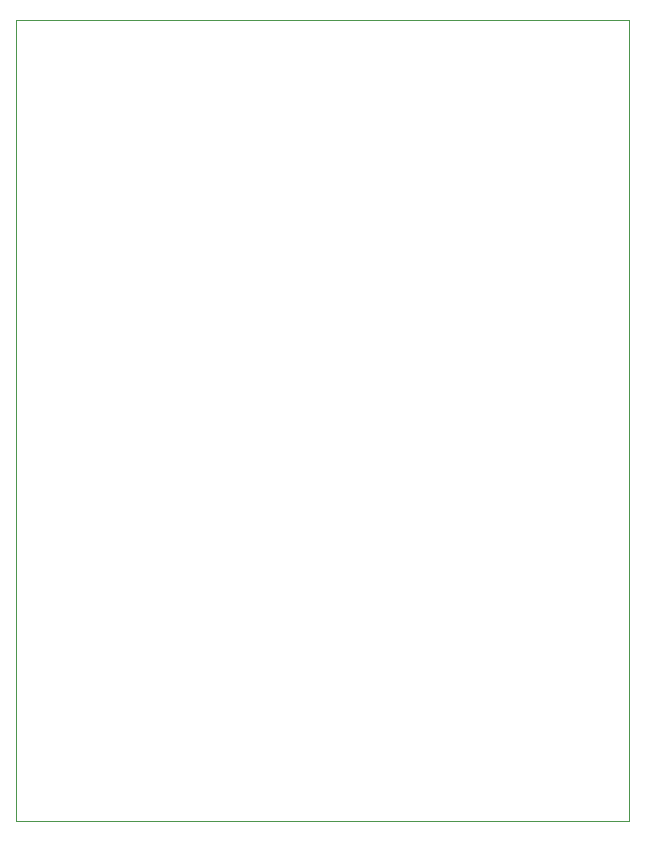
<source format=gbr>
%TF.GenerationSoftware,KiCad,Pcbnew,7.0.1*%
%TF.CreationDate,2023-06-01T10:42:52-07:00*%
%TF.ProjectId,tn_vdp_v2_board,746e5f76-6470-45f7-9632-5f626f617264,rev?*%
%TF.SameCoordinates,Original*%
%TF.FileFunction,Profile,NP*%
%FSLAX46Y46*%
G04 Gerber Fmt 4.6, Leading zero omitted, Abs format (unit mm)*
G04 Created by KiCad (PCBNEW 7.0.1) date 2023-06-01 10:42:52*
%MOMM*%
%LPD*%
G01*
G04 APERTURE LIST*
%TA.AperFunction,Profile*%
%ADD10C,0.100000*%
%TD*%
G04 APERTURE END LIST*
D10*
X187532000Y-112776000D02*
X135636000Y-112776000D01*
X135636000Y-44958000D02*
X187532000Y-44958000D01*
X187532000Y-44958000D02*
X187532000Y-112776000D01*
X135636000Y-112776000D02*
X135636000Y-44958000D01*
M02*

</source>
